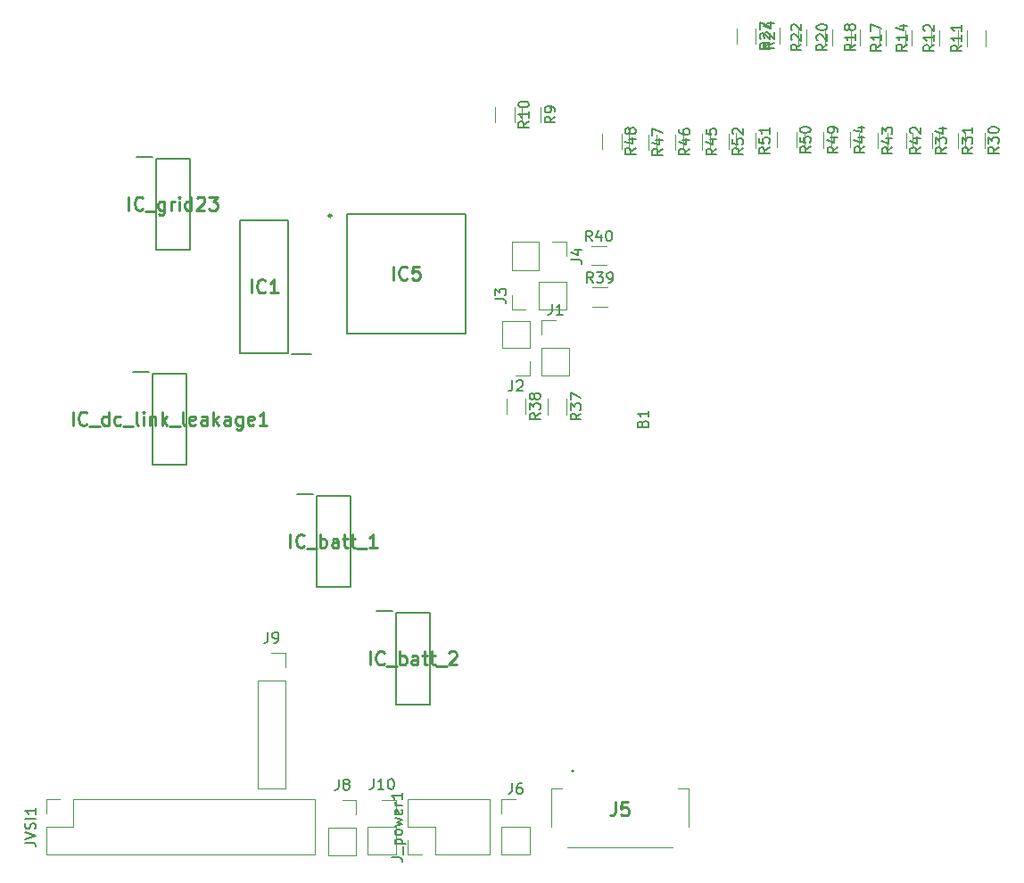
<source format=gbr>
%TF.GenerationSoftware,KiCad,Pcbnew,(6.0.7)*%
%TF.CreationDate,2023-05-12T14:40:02+05:30*%
%TF.ProjectId,DSP_board,4453505f-626f-4617-9264-2e6b69636164,rev?*%
%TF.SameCoordinates,Original*%
%TF.FileFunction,Legend,Top*%
%TF.FilePolarity,Positive*%
%FSLAX46Y46*%
G04 Gerber Fmt 4.6, Leading zero omitted, Abs format (unit mm)*
G04 Created by KiCad (PCBNEW (6.0.7)) date 2023-05-12 14:40:02*
%MOMM*%
%LPD*%
G01*
G04 APERTURE LIST*
%ADD10C,0.150000*%
%ADD11C,0.254000*%
%ADD12C,0.120000*%
%ADD13C,0.200000*%
%ADD14C,0.250000*%
%ADD15C,0.100000*%
G04 APERTURE END LIST*
D10*
%TO.C,R20*%
X172922380Y-67582857D02*
X172446190Y-67916190D01*
X172922380Y-68154285D02*
X171922380Y-68154285D01*
X171922380Y-67773333D01*
X171970000Y-67678095D01*
X172017619Y-67630476D01*
X172112857Y-67582857D01*
X172255714Y-67582857D01*
X172350952Y-67630476D01*
X172398571Y-67678095D01*
X172446190Y-67773333D01*
X172446190Y-68154285D01*
X172017619Y-67201904D02*
X171970000Y-67154285D01*
X171922380Y-67059047D01*
X171922380Y-66820952D01*
X171970000Y-66725714D01*
X172017619Y-66678095D01*
X172112857Y-66630476D01*
X172208095Y-66630476D01*
X172350952Y-66678095D01*
X172922380Y-67249523D01*
X172922380Y-66630476D01*
X171922380Y-66011428D02*
X171922380Y-65916190D01*
X171970000Y-65820952D01*
X172017619Y-65773333D01*
X172112857Y-65725714D01*
X172303333Y-65678095D01*
X172541428Y-65678095D01*
X172731904Y-65725714D01*
X172827142Y-65773333D01*
X172874761Y-65820952D01*
X172922380Y-65916190D01*
X172922380Y-66011428D01*
X172874761Y-66106666D01*
X172827142Y-66154285D01*
X172731904Y-66201904D01*
X172541428Y-66249523D01*
X172303333Y-66249523D01*
X172112857Y-66201904D01*
X172017619Y-66154285D01*
X171970000Y-66106666D01*
X171922380Y-66011428D01*
%TO.C,JVSI1*%
X96802380Y-143356190D02*
X97516666Y-143356190D01*
X97659523Y-143403809D01*
X97754761Y-143499047D01*
X97802380Y-143641904D01*
X97802380Y-143737142D01*
X96802380Y-143022857D02*
X97802380Y-142689523D01*
X96802380Y-142356190D01*
X97754761Y-142070476D02*
X97802380Y-141927619D01*
X97802380Y-141689523D01*
X97754761Y-141594285D01*
X97707142Y-141546666D01*
X97611904Y-141499047D01*
X97516666Y-141499047D01*
X97421428Y-141546666D01*
X97373809Y-141594285D01*
X97326190Y-141689523D01*
X97278571Y-141880000D01*
X97230952Y-141975238D01*
X97183333Y-142022857D01*
X97088095Y-142070476D01*
X96992857Y-142070476D01*
X96897619Y-142022857D01*
X96850000Y-141975238D01*
X96802380Y-141880000D01*
X96802380Y-141641904D01*
X96850000Y-141499047D01*
X97802380Y-141070476D02*
X96802380Y-141070476D01*
X97802380Y-140070476D02*
X97802380Y-140641904D01*
X97802380Y-140356190D02*
X96802380Y-140356190D01*
X96945238Y-140451428D01*
X97040476Y-140546666D01*
X97088095Y-140641904D01*
%TO.C,J1*%
X146796666Y-92252380D02*
X146796666Y-92966666D01*
X146749047Y-93109523D01*
X146653809Y-93204761D01*
X146510952Y-93252380D01*
X146415714Y-93252380D01*
X147796666Y-93252380D02*
X147225238Y-93252380D01*
X147510952Y-93252380D02*
X147510952Y-92252380D01*
X147415714Y-92395238D01*
X147320476Y-92490476D01*
X147225238Y-92538095D01*
%TO.C,R12*%
X183082380Y-67642857D02*
X182606190Y-67976190D01*
X183082380Y-68214285D02*
X182082380Y-68214285D01*
X182082380Y-67833333D01*
X182130000Y-67738095D01*
X182177619Y-67690476D01*
X182272857Y-67642857D01*
X182415714Y-67642857D01*
X182510952Y-67690476D01*
X182558571Y-67738095D01*
X182606190Y-67833333D01*
X182606190Y-68214285D01*
X183082380Y-66690476D02*
X183082380Y-67261904D01*
X183082380Y-66976190D02*
X182082380Y-66976190D01*
X182225238Y-67071428D01*
X182320476Y-67166666D01*
X182368095Y-67261904D01*
X182177619Y-66309523D02*
X182130000Y-66261904D01*
X182082380Y-66166666D01*
X182082380Y-65928571D01*
X182130000Y-65833333D01*
X182177619Y-65785714D01*
X182272857Y-65738095D01*
X182368095Y-65738095D01*
X182510952Y-65785714D01*
X183082380Y-66357142D01*
X183082380Y-65738095D01*
%TO.C,J3*%
X141427380Y-91773333D02*
X142141666Y-91773333D01*
X142284523Y-91820952D01*
X142379761Y-91916190D01*
X142427380Y-92059047D01*
X142427380Y-92154285D01*
X141427380Y-91392380D02*
X141427380Y-90773333D01*
X141808333Y-91106666D01*
X141808333Y-90963809D01*
X141855952Y-90868571D01*
X141903571Y-90820952D01*
X141998809Y-90773333D01*
X142236904Y-90773333D01*
X142332142Y-90820952D01*
X142379761Y-90868571D01*
X142427380Y-90963809D01*
X142427380Y-91249523D01*
X142379761Y-91344761D01*
X142332142Y-91392380D01*
D11*
%TO.C,IC5*%
X131730238Y-89934023D02*
X131730238Y-88664023D01*
X133060714Y-89813071D02*
X133000238Y-89873547D01*
X132818809Y-89934023D01*
X132697857Y-89934023D01*
X132516428Y-89873547D01*
X132395476Y-89752595D01*
X132335000Y-89631642D01*
X132274523Y-89389738D01*
X132274523Y-89208309D01*
X132335000Y-88966404D01*
X132395476Y-88845452D01*
X132516428Y-88724500D01*
X132697857Y-88664023D01*
X132818809Y-88664023D01*
X133000238Y-88724500D01*
X133060714Y-88784976D01*
X134209761Y-88664023D02*
X133605000Y-88664023D01*
X133544523Y-89268785D01*
X133605000Y-89208309D01*
X133725952Y-89147833D01*
X134028333Y-89147833D01*
X134149285Y-89208309D01*
X134209761Y-89268785D01*
X134270238Y-89389738D01*
X134270238Y-89692119D01*
X134209761Y-89813071D01*
X134149285Y-89873547D01*
X134028333Y-89934023D01*
X133725952Y-89934023D01*
X133605000Y-89873547D01*
X133544523Y-89813071D01*
D10*
%TO.C,J9*%
X119846666Y-123382380D02*
X119846666Y-124096666D01*
X119799047Y-124239523D01*
X119703809Y-124334761D01*
X119560952Y-124382380D01*
X119465714Y-124382380D01*
X120370476Y-124382380D02*
X120560952Y-124382380D01*
X120656190Y-124334761D01*
X120703809Y-124287142D01*
X120799047Y-124144285D01*
X120846666Y-123953809D01*
X120846666Y-123572857D01*
X120799047Y-123477619D01*
X120751428Y-123430000D01*
X120656190Y-123382380D01*
X120465714Y-123382380D01*
X120370476Y-123430000D01*
X120322857Y-123477619D01*
X120275238Y-123572857D01*
X120275238Y-123810952D01*
X120322857Y-123906190D01*
X120370476Y-123953809D01*
X120465714Y-124001428D01*
X120656190Y-124001428D01*
X120751428Y-123953809D01*
X120799047Y-123906190D01*
X120846666Y-123810952D01*
%TO.C,R37*%
X149562380Y-102622857D02*
X149086190Y-102956190D01*
X149562380Y-103194285D02*
X148562380Y-103194285D01*
X148562380Y-102813333D01*
X148610000Y-102718095D01*
X148657619Y-102670476D01*
X148752857Y-102622857D01*
X148895714Y-102622857D01*
X148990952Y-102670476D01*
X149038571Y-102718095D01*
X149086190Y-102813333D01*
X149086190Y-103194285D01*
X148562380Y-102289523D02*
X148562380Y-101670476D01*
X148943333Y-102003809D01*
X148943333Y-101860952D01*
X148990952Y-101765714D01*
X149038571Y-101718095D01*
X149133809Y-101670476D01*
X149371904Y-101670476D01*
X149467142Y-101718095D01*
X149514761Y-101765714D01*
X149562380Y-101860952D01*
X149562380Y-102146666D01*
X149514761Y-102241904D01*
X149467142Y-102289523D01*
X148562380Y-101337142D02*
X148562380Y-100670476D01*
X149562380Y-101099047D01*
D11*
%TO.C,IC_dc_link_leakage1*%
X101317619Y-103734523D02*
X101317619Y-102464523D01*
X102648095Y-103613571D02*
X102587619Y-103674047D01*
X102406190Y-103734523D01*
X102285238Y-103734523D01*
X102103809Y-103674047D01*
X101982857Y-103553095D01*
X101922380Y-103432142D01*
X101861904Y-103190238D01*
X101861904Y-103008809D01*
X101922380Y-102766904D01*
X101982857Y-102645952D01*
X102103809Y-102525000D01*
X102285238Y-102464523D01*
X102406190Y-102464523D01*
X102587619Y-102525000D01*
X102648095Y-102585476D01*
X102890000Y-103855476D02*
X103857619Y-103855476D01*
X104704285Y-103734523D02*
X104704285Y-102464523D01*
X104704285Y-103674047D02*
X104583333Y-103734523D01*
X104341428Y-103734523D01*
X104220476Y-103674047D01*
X104160000Y-103613571D01*
X104099523Y-103492619D01*
X104099523Y-103129761D01*
X104160000Y-103008809D01*
X104220476Y-102948333D01*
X104341428Y-102887857D01*
X104583333Y-102887857D01*
X104704285Y-102948333D01*
X105853333Y-103674047D02*
X105732380Y-103734523D01*
X105490476Y-103734523D01*
X105369523Y-103674047D01*
X105309047Y-103613571D01*
X105248571Y-103492619D01*
X105248571Y-103129761D01*
X105309047Y-103008809D01*
X105369523Y-102948333D01*
X105490476Y-102887857D01*
X105732380Y-102887857D01*
X105853333Y-102948333D01*
X106095238Y-103855476D02*
X107062857Y-103855476D01*
X107546666Y-103734523D02*
X107425714Y-103674047D01*
X107365238Y-103553095D01*
X107365238Y-102464523D01*
X108030476Y-103734523D02*
X108030476Y-102887857D01*
X108030476Y-102464523D02*
X107970000Y-102525000D01*
X108030476Y-102585476D01*
X108090952Y-102525000D01*
X108030476Y-102464523D01*
X108030476Y-102585476D01*
X108635238Y-102887857D02*
X108635238Y-103734523D01*
X108635238Y-103008809D02*
X108695714Y-102948333D01*
X108816666Y-102887857D01*
X108998095Y-102887857D01*
X109119047Y-102948333D01*
X109179523Y-103069285D01*
X109179523Y-103734523D01*
X109784285Y-103734523D02*
X109784285Y-102464523D01*
X109905238Y-103250714D02*
X110268095Y-103734523D01*
X110268095Y-102887857D02*
X109784285Y-103371666D01*
X110510000Y-103855476D02*
X111477619Y-103855476D01*
X111961428Y-103734523D02*
X111840476Y-103674047D01*
X111780000Y-103553095D01*
X111780000Y-102464523D01*
X112929047Y-103674047D02*
X112808095Y-103734523D01*
X112566190Y-103734523D01*
X112445238Y-103674047D01*
X112384761Y-103553095D01*
X112384761Y-103069285D01*
X112445238Y-102948333D01*
X112566190Y-102887857D01*
X112808095Y-102887857D01*
X112929047Y-102948333D01*
X112989523Y-103069285D01*
X112989523Y-103190238D01*
X112384761Y-103311190D01*
X114078095Y-103734523D02*
X114078095Y-103069285D01*
X114017619Y-102948333D01*
X113896666Y-102887857D01*
X113654761Y-102887857D01*
X113533809Y-102948333D01*
X114078095Y-103674047D02*
X113957142Y-103734523D01*
X113654761Y-103734523D01*
X113533809Y-103674047D01*
X113473333Y-103553095D01*
X113473333Y-103432142D01*
X113533809Y-103311190D01*
X113654761Y-103250714D01*
X113957142Y-103250714D01*
X114078095Y-103190238D01*
X114682857Y-103734523D02*
X114682857Y-102464523D01*
X114803809Y-103250714D02*
X115166666Y-103734523D01*
X115166666Y-102887857D02*
X114682857Y-103371666D01*
X116255238Y-103734523D02*
X116255238Y-103069285D01*
X116194761Y-102948333D01*
X116073809Y-102887857D01*
X115831904Y-102887857D01*
X115710952Y-102948333D01*
X116255238Y-103674047D02*
X116134285Y-103734523D01*
X115831904Y-103734523D01*
X115710952Y-103674047D01*
X115650476Y-103553095D01*
X115650476Y-103432142D01*
X115710952Y-103311190D01*
X115831904Y-103250714D01*
X116134285Y-103250714D01*
X116255238Y-103190238D01*
X117404285Y-102887857D02*
X117404285Y-103915952D01*
X117343809Y-104036904D01*
X117283333Y-104097380D01*
X117162380Y-104157857D01*
X116980952Y-104157857D01*
X116860000Y-104097380D01*
X117404285Y-103674047D02*
X117283333Y-103734523D01*
X117041428Y-103734523D01*
X116920476Y-103674047D01*
X116860000Y-103613571D01*
X116799523Y-103492619D01*
X116799523Y-103129761D01*
X116860000Y-103008809D01*
X116920476Y-102948333D01*
X117041428Y-102887857D01*
X117283333Y-102887857D01*
X117404285Y-102948333D01*
X118492857Y-103674047D02*
X118371904Y-103734523D01*
X118130000Y-103734523D01*
X118009047Y-103674047D01*
X117948571Y-103553095D01*
X117948571Y-103069285D01*
X118009047Y-102948333D01*
X118130000Y-102887857D01*
X118371904Y-102887857D01*
X118492857Y-102948333D01*
X118553333Y-103069285D01*
X118553333Y-103190238D01*
X117948571Y-103311190D01*
X119762857Y-103734523D02*
X119037142Y-103734523D01*
X119400000Y-103734523D02*
X119400000Y-102464523D01*
X119279047Y-102645952D01*
X119158095Y-102766904D01*
X119037142Y-102827380D01*
D10*
%TO.C,J2*%
X143046666Y-99487380D02*
X143046666Y-100201666D01*
X142999047Y-100344523D01*
X142903809Y-100439761D01*
X142760952Y-100487380D01*
X142665714Y-100487380D01*
X143475238Y-99582619D02*
X143522857Y-99535000D01*
X143618095Y-99487380D01*
X143856190Y-99487380D01*
X143951428Y-99535000D01*
X143999047Y-99582619D01*
X144046666Y-99677857D01*
X144046666Y-99773095D01*
X143999047Y-99915952D01*
X143427619Y-100487380D01*
X144046666Y-100487380D01*
%TO.C,B1*%
X155411571Y-103573961D02*
X155459190Y-103431104D01*
X155506809Y-103383485D01*
X155602047Y-103335866D01*
X155744904Y-103335866D01*
X155840142Y-103383485D01*
X155887761Y-103431104D01*
X155935380Y-103526342D01*
X155935380Y-103907295D01*
X154935380Y-103907295D01*
X154935380Y-103573961D01*
X154983000Y-103478723D01*
X155030619Y-103431104D01*
X155125857Y-103383485D01*
X155221095Y-103383485D01*
X155316333Y-103431104D01*
X155363952Y-103478723D01*
X155411571Y-103573961D01*
X155411571Y-103907295D01*
X155935380Y-102383485D02*
X155935380Y-102954914D01*
X155935380Y-102669200D02*
X154935380Y-102669200D01*
X155078238Y-102764438D01*
X155173476Y-102859676D01*
X155221095Y-102954914D01*
D11*
%TO.C,IC_batt_2*%
X129537857Y-126474523D02*
X129537857Y-125204523D01*
X130868333Y-126353571D02*
X130807857Y-126414047D01*
X130626428Y-126474523D01*
X130505476Y-126474523D01*
X130324047Y-126414047D01*
X130203095Y-126293095D01*
X130142619Y-126172142D01*
X130082142Y-125930238D01*
X130082142Y-125748809D01*
X130142619Y-125506904D01*
X130203095Y-125385952D01*
X130324047Y-125265000D01*
X130505476Y-125204523D01*
X130626428Y-125204523D01*
X130807857Y-125265000D01*
X130868333Y-125325476D01*
X131110238Y-126595476D02*
X132077857Y-126595476D01*
X132380238Y-126474523D02*
X132380238Y-125204523D01*
X132380238Y-125688333D02*
X132501190Y-125627857D01*
X132743095Y-125627857D01*
X132864047Y-125688333D01*
X132924523Y-125748809D01*
X132985000Y-125869761D01*
X132985000Y-126232619D01*
X132924523Y-126353571D01*
X132864047Y-126414047D01*
X132743095Y-126474523D01*
X132501190Y-126474523D01*
X132380238Y-126414047D01*
X134073571Y-126474523D02*
X134073571Y-125809285D01*
X134013095Y-125688333D01*
X133892142Y-125627857D01*
X133650238Y-125627857D01*
X133529285Y-125688333D01*
X134073571Y-126414047D02*
X133952619Y-126474523D01*
X133650238Y-126474523D01*
X133529285Y-126414047D01*
X133468809Y-126293095D01*
X133468809Y-126172142D01*
X133529285Y-126051190D01*
X133650238Y-125990714D01*
X133952619Y-125990714D01*
X134073571Y-125930238D01*
X134496904Y-125627857D02*
X134980714Y-125627857D01*
X134678333Y-125204523D02*
X134678333Y-126293095D01*
X134738809Y-126414047D01*
X134859761Y-126474523D01*
X134980714Y-126474523D01*
X135222619Y-125627857D02*
X135706428Y-125627857D01*
X135404047Y-125204523D02*
X135404047Y-126293095D01*
X135464523Y-126414047D01*
X135585476Y-126474523D01*
X135706428Y-126474523D01*
X135827380Y-126595476D02*
X136795000Y-126595476D01*
X137036904Y-125325476D02*
X137097380Y-125265000D01*
X137218333Y-125204523D01*
X137520714Y-125204523D01*
X137641666Y-125265000D01*
X137702142Y-125325476D01*
X137762619Y-125446428D01*
X137762619Y-125567380D01*
X137702142Y-125748809D01*
X136976428Y-126474523D01*
X137762619Y-126474523D01*
D10*
%TO.C,J8*%
X126571666Y-137352380D02*
X126571666Y-138066666D01*
X126524047Y-138209523D01*
X126428809Y-138304761D01*
X126285952Y-138352380D01*
X126190714Y-138352380D01*
X127190714Y-137780952D02*
X127095476Y-137733333D01*
X127047857Y-137685714D01*
X127000238Y-137590476D01*
X127000238Y-137542857D01*
X127047857Y-137447619D01*
X127095476Y-137400000D01*
X127190714Y-137352380D01*
X127381190Y-137352380D01*
X127476428Y-137400000D01*
X127524047Y-137447619D01*
X127571666Y-137542857D01*
X127571666Y-137590476D01*
X127524047Y-137685714D01*
X127476428Y-137733333D01*
X127381190Y-137780952D01*
X127190714Y-137780952D01*
X127095476Y-137828571D01*
X127047857Y-137876190D01*
X127000238Y-137971428D01*
X127000238Y-138161904D01*
X127047857Y-138257142D01*
X127095476Y-138304761D01*
X127190714Y-138352380D01*
X127381190Y-138352380D01*
X127476428Y-138304761D01*
X127524047Y-138257142D01*
X127571666Y-138161904D01*
X127571666Y-137971428D01*
X127524047Y-137876190D01*
X127476428Y-137828571D01*
X127381190Y-137780952D01*
%TO.C,R46*%
X159872380Y-77492857D02*
X159396190Y-77826190D01*
X159872380Y-78064285D02*
X158872380Y-78064285D01*
X158872380Y-77683333D01*
X158920000Y-77588095D01*
X158967619Y-77540476D01*
X159062857Y-77492857D01*
X159205714Y-77492857D01*
X159300952Y-77540476D01*
X159348571Y-77588095D01*
X159396190Y-77683333D01*
X159396190Y-78064285D01*
X159205714Y-76635714D02*
X159872380Y-76635714D01*
X158824761Y-76873809D02*
X159539047Y-77111904D01*
X159539047Y-76492857D01*
X158872380Y-75683333D02*
X158872380Y-75873809D01*
X158920000Y-75969047D01*
X158967619Y-76016666D01*
X159110476Y-76111904D01*
X159300952Y-76159523D01*
X159681904Y-76159523D01*
X159777142Y-76111904D01*
X159824761Y-76064285D01*
X159872380Y-75969047D01*
X159872380Y-75778571D01*
X159824761Y-75683333D01*
X159777142Y-75635714D01*
X159681904Y-75588095D01*
X159443809Y-75588095D01*
X159348571Y-75635714D01*
X159300952Y-75683333D01*
X159253333Y-75778571D01*
X159253333Y-75969047D01*
X159300952Y-76064285D01*
X159348571Y-76111904D01*
X159443809Y-76159523D01*
%TO.C,R30*%
X189212380Y-77342857D02*
X188736190Y-77676190D01*
X189212380Y-77914285D02*
X188212380Y-77914285D01*
X188212380Y-77533333D01*
X188260000Y-77438095D01*
X188307619Y-77390476D01*
X188402857Y-77342857D01*
X188545714Y-77342857D01*
X188640952Y-77390476D01*
X188688571Y-77438095D01*
X188736190Y-77533333D01*
X188736190Y-77914285D01*
X188212380Y-77009523D02*
X188212380Y-76390476D01*
X188593333Y-76723809D01*
X188593333Y-76580952D01*
X188640952Y-76485714D01*
X188688571Y-76438095D01*
X188783809Y-76390476D01*
X189021904Y-76390476D01*
X189117142Y-76438095D01*
X189164761Y-76485714D01*
X189212380Y-76580952D01*
X189212380Y-76866666D01*
X189164761Y-76961904D01*
X189117142Y-77009523D01*
X188212380Y-75771428D02*
X188212380Y-75676190D01*
X188260000Y-75580952D01*
X188307619Y-75533333D01*
X188402857Y-75485714D01*
X188593333Y-75438095D01*
X188831428Y-75438095D01*
X189021904Y-75485714D01*
X189117142Y-75533333D01*
X189164761Y-75580952D01*
X189212380Y-75676190D01*
X189212380Y-75771428D01*
X189164761Y-75866666D01*
X189117142Y-75914285D01*
X189021904Y-75961904D01*
X188831428Y-76009523D01*
X188593333Y-76009523D01*
X188402857Y-75961904D01*
X188307619Y-75914285D01*
X188260000Y-75866666D01*
X188212380Y-75771428D01*
%TO.C,R48*%
X154752380Y-77422857D02*
X154276190Y-77756190D01*
X154752380Y-77994285D02*
X153752380Y-77994285D01*
X153752380Y-77613333D01*
X153800000Y-77518095D01*
X153847619Y-77470476D01*
X153942857Y-77422857D01*
X154085714Y-77422857D01*
X154180952Y-77470476D01*
X154228571Y-77518095D01*
X154276190Y-77613333D01*
X154276190Y-77994285D01*
X154085714Y-76565714D02*
X154752380Y-76565714D01*
X153704761Y-76803809D02*
X154419047Y-77041904D01*
X154419047Y-76422857D01*
X154180952Y-75899047D02*
X154133333Y-75994285D01*
X154085714Y-76041904D01*
X153990476Y-76089523D01*
X153942857Y-76089523D01*
X153847619Y-76041904D01*
X153800000Y-75994285D01*
X153752380Y-75899047D01*
X153752380Y-75708571D01*
X153800000Y-75613333D01*
X153847619Y-75565714D01*
X153942857Y-75518095D01*
X153990476Y-75518095D01*
X154085714Y-75565714D01*
X154133333Y-75613333D01*
X154180952Y-75708571D01*
X154180952Y-75899047D01*
X154228571Y-75994285D01*
X154276190Y-76041904D01*
X154371428Y-76089523D01*
X154561904Y-76089523D01*
X154657142Y-76041904D01*
X154704761Y-75994285D01*
X154752380Y-75899047D01*
X154752380Y-75708571D01*
X154704761Y-75613333D01*
X154657142Y-75565714D01*
X154561904Y-75518095D01*
X154371428Y-75518095D01*
X154276190Y-75565714D01*
X154228571Y-75613333D01*
X154180952Y-75708571D01*
%TO.C,R52*%
X164952380Y-77452857D02*
X164476190Y-77786190D01*
X164952380Y-78024285D02*
X163952380Y-78024285D01*
X163952380Y-77643333D01*
X164000000Y-77548095D01*
X164047619Y-77500476D01*
X164142857Y-77452857D01*
X164285714Y-77452857D01*
X164380952Y-77500476D01*
X164428571Y-77548095D01*
X164476190Y-77643333D01*
X164476190Y-78024285D01*
X163952380Y-76548095D02*
X163952380Y-77024285D01*
X164428571Y-77071904D01*
X164380952Y-77024285D01*
X164333333Y-76929047D01*
X164333333Y-76690952D01*
X164380952Y-76595714D01*
X164428571Y-76548095D01*
X164523809Y-76500476D01*
X164761904Y-76500476D01*
X164857142Y-76548095D01*
X164904761Y-76595714D01*
X164952380Y-76690952D01*
X164952380Y-76929047D01*
X164904761Y-77024285D01*
X164857142Y-77071904D01*
X164047619Y-76119523D02*
X164000000Y-76071904D01*
X163952380Y-75976666D01*
X163952380Y-75738571D01*
X164000000Y-75643333D01*
X164047619Y-75595714D01*
X164142857Y-75548095D01*
X164238095Y-75548095D01*
X164380952Y-75595714D01*
X164952380Y-76167142D01*
X164952380Y-75548095D01*
%TO.C,R45*%
X162432380Y-77482857D02*
X161956190Y-77816190D01*
X162432380Y-78054285D02*
X161432380Y-78054285D01*
X161432380Y-77673333D01*
X161480000Y-77578095D01*
X161527619Y-77530476D01*
X161622857Y-77482857D01*
X161765714Y-77482857D01*
X161860952Y-77530476D01*
X161908571Y-77578095D01*
X161956190Y-77673333D01*
X161956190Y-78054285D01*
X161765714Y-76625714D02*
X162432380Y-76625714D01*
X161384761Y-76863809D02*
X162099047Y-77101904D01*
X162099047Y-76482857D01*
X161432380Y-75625714D02*
X161432380Y-76101904D01*
X161908571Y-76149523D01*
X161860952Y-76101904D01*
X161813333Y-76006666D01*
X161813333Y-75768571D01*
X161860952Y-75673333D01*
X161908571Y-75625714D01*
X162003809Y-75578095D01*
X162241904Y-75578095D01*
X162337142Y-75625714D01*
X162384761Y-75673333D01*
X162432380Y-75768571D01*
X162432380Y-76006666D01*
X162384761Y-76101904D01*
X162337142Y-76149523D01*
%TO.C,R31*%
X186732380Y-77352857D02*
X186256190Y-77686190D01*
X186732380Y-77924285D02*
X185732380Y-77924285D01*
X185732380Y-77543333D01*
X185780000Y-77448095D01*
X185827619Y-77400476D01*
X185922857Y-77352857D01*
X186065714Y-77352857D01*
X186160952Y-77400476D01*
X186208571Y-77448095D01*
X186256190Y-77543333D01*
X186256190Y-77924285D01*
X185732380Y-77019523D02*
X185732380Y-76400476D01*
X186113333Y-76733809D01*
X186113333Y-76590952D01*
X186160952Y-76495714D01*
X186208571Y-76448095D01*
X186303809Y-76400476D01*
X186541904Y-76400476D01*
X186637142Y-76448095D01*
X186684761Y-76495714D01*
X186732380Y-76590952D01*
X186732380Y-76876666D01*
X186684761Y-76971904D01*
X186637142Y-77019523D01*
X186732380Y-75448095D02*
X186732380Y-76019523D01*
X186732380Y-75733809D02*
X185732380Y-75733809D01*
X185875238Y-75829047D01*
X185970476Y-75924285D01*
X186018095Y-76019523D01*
%TO.C,R42*%
X181812380Y-77352857D02*
X181336190Y-77686190D01*
X181812380Y-77924285D02*
X180812380Y-77924285D01*
X180812380Y-77543333D01*
X180860000Y-77448095D01*
X180907619Y-77400476D01*
X181002857Y-77352857D01*
X181145714Y-77352857D01*
X181240952Y-77400476D01*
X181288571Y-77448095D01*
X181336190Y-77543333D01*
X181336190Y-77924285D01*
X181145714Y-76495714D02*
X181812380Y-76495714D01*
X180764761Y-76733809D02*
X181479047Y-76971904D01*
X181479047Y-76352857D01*
X180907619Y-76019523D02*
X180860000Y-75971904D01*
X180812380Y-75876666D01*
X180812380Y-75638571D01*
X180860000Y-75543333D01*
X180907619Y-75495714D01*
X181002857Y-75448095D01*
X181098095Y-75448095D01*
X181240952Y-75495714D01*
X181812380Y-76067142D01*
X181812380Y-75448095D01*
%TO.C,R49*%
X173942380Y-77312857D02*
X173466190Y-77646190D01*
X173942380Y-77884285D02*
X172942380Y-77884285D01*
X172942380Y-77503333D01*
X172990000Y-77408095D01*
X173037619Y-77360476D01*
X173132857Y-77312857D01*
X173275714Y-77312857D01*
X173370952Y-77360476D01*
X173418571Y-77408095D01*
X173466190Y-77503333D01*
X173466190Y-77884285D01*
X173275714Y-76455714D02*
X173942380Y-76455714D01*
X172894761Y-76693809D02*
X173609047Y-76931904D01*
X173609047Y-76312857D01*
X173942380Y-75884285D02*
X173942380Y-75693809D01*
X173894761Y-75598571D01*
X173847142Y-75550952D01*
X173704285Y-75455714D01*
X173513809Y-75408095D01*
X173132857Y-75408095D01*
X173037619Y-75455714D01*
X172990000Y-75503333D01*
X172942380Y-75598571D01*
X172942380Y-75789047D01*
X172990000Y-75884285D01*
X173037619Y-75931904D01*
X173132857Y-75979523D01*
X173370952Y-75979523D01*
X173466190Y-75931904D01*
X173513809Y-75884285D01*
X173561428Y-75789047D01*
X173561428Y-75598571D01*
X173513809Y-75503333D01*
X173466190Y-75455714D01*
X173370952Y-75408095D01*
%TO.C,R17*%
X178062380Y-67602857D02*
X177586190Y-67936190D01*
X178062380Y-68174285D02*
X177062380Y-68174285D01*
X177062380Y-67793333D01*
X177110000Y-67698095D01*
X177157619Y-67650476D01*
X177252857Y-67602857D01*
X177395714Y-67602857D01*
X177490952Y-67650476D01*
X177538571Y-67698095D01*
X177586190Y-67793333D01*
X177586190Y-68174285D01*
X178062380Y-66650476D02*
X178062380Y-67221904D01*
X178062380Y-66936190D02*
X177062380Y-66936190D01*
X177205238Y-67031428D01*
X177300476Y-67126666D01*
X177348095Y-67221904D01*
X177062380Y-66317142D02*
X177062380Y-65650476D01*
X178062380Y-66079047D01*
%TO.C,J4*%
X148637380Y-88023333D02*
X149351666Y-88023333D01*
X149494523Y-88070952D01*
X149589761Y-88166190D01*
X149637380Y-88309047D01*
X149637380Y-88404285D01*
X148970714Y-87118571D02*
X149637380Y-87118571D01*
X148589761Y-87356666D02*
X149304047Y-87594761D01*
X149304047Y-86975714D01*
%TO.C,R34*%
X184222380Y-77372857D02*
X183746190Y-77706190D01*
X184222380Y-77944285D02*
X183222380Y-77944285D01*
X183222380Y-77563333D01*
X183270000Y-77468095D01*
X183317619Y-77420476D01*
X183412857Y-77372857D01*
X183555714Y-77372857D01*
X183650952Y-77420476D01*
X183698571Y-77468095D01*
X183746190Y-77563333D01*
X183746190Y-77944285D01*
X183222380Y-77039523D02*
X183222380Y-76420476D01*
X183603333Y-76753809D01*
X183603333Y-76610952D01*
X183650952Y-76515714D01*
X183698571Y-76468095D01*
X183793809Y-76420476D01*
X184031904Y-76420476D01*
X184127142Y-76468095D01*
X184174761Y-76515714D01*
X184222380Y-76610952D01*
X184222380Y-76896666D01*
X184174761Y-76991904D01*
X184127142Y-77039523D01*
X183555714Y-75563333D02*
X184222380Y-75563333D01*
X183174761Y-75801428D02*
X183889047Y-76039523D01*
X183889047Y-75420476D01*
%TO.C,R11*%
X185702380Y-67662857D02*
X185226190Y-67996190D01*
X185702380Y-68234285D02*
X184702380Y-68234285D01*
X184702380Y-67853333D01*
X184750000Y-67758095D01*
X184797619Y-67710476D01*
X184892857Y-67662857D01*
X185035714Y-67662857D01*
X185130952Y-67710476D01*
X185178571Y-67758095D01*
X185226190Y-67853333D01*
X185226190Y-68234285D01*
X185702380Y-66710476D02*
X185702380Y-67281904D01*
X185702380Y-66996190D02*
X184702380Y-66996190D01*
X184845238Y-67091428D01*
X184940476Y-67186666D01*
X184988095Y-67281904D01*
X185702380Y-65758095D02*
X185702380Y-66329523D01*
X185702380Y-66043809D02*
X184702380Y-66043809D01*
X184845238Y-66139047D01*
X184940476Y-66234285D01*
X184988095Y-66329523D01*
%TO.C,R27*%
X167512380Y-67462857D02*
X167036190Y-67796190D01*
X167512380Y-68034285D02*
X166512380Y-68034285D01*
X166512380Y-67653333D01*
X166560000Y-67558095D01*
X166607619Y-67510476D01*
X166702857Y-67462857D01*
X166845714Y-67462857D01*
X166940952Y-67510476D01*
X166988571Y-67558095D01*
X167036190Y-67653333D01*
X167036190Y-68034285D01*
X166607619Y-67081904D02*
X166560000Y-67034285D01*
X166512380Y-66939047D01*
X166512380Y-66700952D01*
X166560000Y-66605714D01*
X166607619Y-66558095D01*
X166702857Y-66510476D01*
X166798095Y-66510476D01*
X166940952Y-66558095D01*
X167512380Y-67129523D01*
X167512380Y-66510476D01*
X166512380Y-66177142D02*
X166512380Y-65510476D01*
X167512380Y-65939047D01*
%TO.C,R18*%
X175582380Y-67582857D02*
X175106190Y-67916190D01*
X175582380Y-68154285D02*
X174582380Y-68154285D01*
X174582380Y-67773333D01*
X174630000Y-67678095D01*
X174677619Y-67630476D01*
X174772857Y-67582857D01*
X174915714Y-67582857D01*
X175010952Y-67630476D01*
X175058571Y-67678095D01*
X175106190Y-67773333D01*
X175106190Y-68154285D01*
X175582380Y-66630476D02*
X175582380Y-67201904D01*
X175582380Y-66916190D02*
X174582380Y-66916190D01*
X174725238Y-67011428D01*
X174820476Y-67106666D01*
X174868095Y-67201904D01*
X175010952Y-66059047D02*
X174963333Y-66154285D01*
X174915714Y-66201904D01*
X174820476Y-66249523D01*
X174772857Y-66249523D01*
X174677619Y-66201904D01*
X174630000Y-66154285D01*
X174582380Y-66059047D01*
X174582380Y-65868571D01*
X174630000Y-65773333D01*
X174677619Y-65725714D01*
X174772857Y-65678095D01*
X174820476Y-65678095D01*
X174915714Y-65725714D01*
X174963333Y-65773333D01*
X175010952Y-65868571D01*
X175010952Y-66059047D01*
X175058571Y-66154285D01*
X175106190Y-66201904D01*
X175201428Y-66249523D01*
X175391904Y-66249523D01*
X175487142Y-66201904D01*
X175534761Y-66154285D01*
X175582380Y-66059047D01*
X175582380Y-65868571D01*
X175534761Y-65773333D01*
X175487142Y-65725714D01*
X175391904Y-65678095D01*
X175201428Y-65678095D01*
X175106190Y-65725714D01*
X175058571Y-65773333D01*
X175010952Y-65868571D01*
%TO.C,R22*%
X170482380Y-67572857D02*
X170006190Y-67906190D01*
X170482380Y-68144285D02*
X169482380Y-68144285D01*
X169482380Y-67763333D01*
X169530000Y-67668095D01*
X169577619Y-67620476D01*
X169672857Y-67572857D01*
X169815714Y-67572857D01*
X169910952Y-67620476D01*
X169958571Y-67668095D01*
X170006190Y-67763333D01*
X170006190Y-68144285D01*
X169577619Y-67191904D02*
X169530000Y-67144285D01*
X169482380Y-67049047D01*
X169482380Y-66810952D01*
X169530000Y-66715714D01*
X169577619Y-66668095D01*
X169672857Y-66620476D01*
X169768095Y-66620476D01*
X169910952Y-66668095D01*
X170482380Y-67239523D01*
X170482380Y-66620476D01*
X169577619Y-66239523D02*
X169530000Y-66191904D01*
X169482380Y-66096666D01*
X169482380Y-65858571D01*
X169530000Y-65763333D01*
X169577619Y-65715714D01*
X169672857Y-65668095D01*
X169768095Y-65668095D01*
X169910952Y-65715714D01*
X170482380Y-66287142D01*
X170482380Y-65668095D01*
%TO.C,J6*%
X143016666Y-137722380D02*
X143016666Y-138436666D01*
X142969047Y-138579523D01*
X142873809Y-138674761D01*
X142730952Y-138722380D01*
X142635714Y-138722380D01*
X143921428Y-137722380D02*
X143730952Y-137722380D01*
X143635714Y-137770000D01*
X143588095Y-137817619D01*
X143492857Y-137960476D01*
X143445238Y-138150952D01*
X143445238Y-138531904D01*
X143492857Y-138627142D01*
X143540476Y-138674761D01*
X143635714Y-138722380D01*
X143826190Y-138722380D01*
X143921428Y-138674761D01*
X143969047Y-138627142D01*
X144016666Y-138531904D01*
X144016666Y-138293809D01*
X143969047Y-138198571D01*
X143921428Y-138150952D01*
X143826190Y-138103333D01*
X143635714Y-138103333D01*
X143540476Y-138150952D01*
X143492857Y-138198571D01*
X143445238Y-138293809D01*
%TO.C,R10*%
X144622380Y-74912857D02*
X144146190Y-75246190D01*
X144622380Y-75484285D02*
X143622380Y-75484285D01*
X143622380Y-75103333D01*
X143670000Y-75008095D01*
X143717619Y-74960476D01*
X143812857Y-74912857D01*
X143955714Y-74912857D01*
X144050952Y-74960476D01*
X144098571Y-75008095D01*
X144146190Y-75103333D01*
X144146190Y-75484285D01*
X144622380Y-73960476D02*
X144622380Y-74531904D01*
X144622380Y-74246190D02*
X143622380Y-74246190D01*
X143765238Y-74341428D01*
X143860476Y-74436666D01*
X143908095Y-74531904D01*
X143622380Y-73341428D02*
X143622380Y-73246190D01*
X143670000Y-73150952D01*
X143717619Y-73103333D01*
X143812857Y-73055714D01*
X144003333Y-73008095D01*
X144241428Y-73008095D01*
X144431904Y-73055714D01*
X144527142Y-73103333D01*
X144574761Y-73150952D01*
X144622380Y-73246190D01*
X144622380Y-73341428D01*
X144574761Y-73436666D01*
X144527142Y-73484285D01*
X144431904Y-73531904D01*
X144241428Y-73579523D01*
X144003333Y-73579523D01*
X143812857Y-73531904D01*
X143717619Y-73484285D01*
X143670000Y-73436666D01*
X143622380Y-73341428D01*
D11*
%TO.C,IC1*%
X118250238Y-91174523D02*
X118250238Y-89904523D01*
X119580714Y-91053571D02*
X119520238Y-91114047D01*
X119338809Y-91174523D01*
X119217857Y-91174523D01*
X119036428Y-91114047D01*
X118915476Y-90993095D01*
X118855000Y-90872142D01*
X118794523Y-90630238D01*
X118794523Y-90448809D01*
X118855000Y-90206904D01*
X118915476Y-90085952D01*
X119036428Y-89965000D01*
X119217857Y-89904523D01*
X119338809Y-89904523D01*
X119520238Y-89965000D01*
X119580714Y-90025476D01*
X120790238Y-91174523D02*
X120064523Y-91174523D01*
X120427380Y-91174523D02*
X120427380Y-89904523D01*
X120306428Y-90085952D01*
X120185476Y-90206904D01*
X120064523Y-90267380D01*
D10*
%TO.C,J_power1*%
X131567380Y-144745952D02*
X132281666Y-144745952D01*
X132424523Y-144793571D01*
X132519761Y-144888809D01*
X132567380Y-145031666D01*
X132567380Y-145126904D01*
X132662619Y-144507857D02*
X132662619Y-143745952D01*
X131900714Y-143507857D02*
X132900714Y-143507857D01*
X131948333Y-143507857D02*
X131900714Y-143412619D01*
X131900714Y-143222142D01*
X131948333Y-143126904D01*
X131995952Y-143079285D01*
X132091190Y-143031666D01*
X132376904Y-143031666D01*
X132472142Y-143079285D01*
X132519761Y-143126904D01*
X132567380Y-143222142D01*
X132567380Y-143412619D01*
X132519761Y-143507857D01*
X132567380Y-142460238D02*
X132519761Y-142555476D01*
X132472142Y-142603095D01*
X132376904Y-142650714D01*
X132091190Y-142650714D01*
X131995952Y-142603095D01*
X131948333Y-142555476D01*
X131900714Y-142460238D01*
X131900714Y-142317380D01*
X131948333Y-142222142D01*
X131995952Y-142174523D01*
X132091190Y-142126904D01*
X132376904Y-142126904D01*
X132472142Y-142174523D01*
X132519761Y-142222142D01*
X132567380Y-142317380D01*
X132567380Y-142460238D01*
X131900714Y-141793571D02*
X132567380Y-141603095D01*
X132091190Y-141412619D01*
X132567380Y-141222142D01*
X131900714Y-141031666D01*
X132519761Y-140269761D02*
X132567380Y-140365000D01*
X132567380Y-140555476D01*
X132519761Y-140650714D01*
X132424523Y-140698333D01*
X132043571Y-140698333D01*
X131948333Y-140650714D01*
X131900714Y-140555476D01*
X131900714Y-140365000D01*
X131948333Y-140269761D01*
X132043571Y-140222142D01*
X132138809Y-140222142D01*
X132234047Y-140698333D01*
X132567380Y-139793571D02*
X131900714Y-139793571D01*
X132091190Y-139793571D02*
X131995952Y-139745952D01*
X131948333Y-139698333D01*
X131900714Y-139603095D01*
X131900714Y-139507857D01*
X132567380Y-138650714D02*
X132567380Y-139222142D01*
X132567380Y-138936428D02*
X131567380Y-138936428D01*
X131710238Y-139031666D01*
X131805476Y-139126904D01*
X131853095Y-139222142D01*
%TO.C,R40*%
X150597142Y-86272380D02*
X150263809Y-85796190D01*
X150025714Y-86272380D02*
X150025714Y-85272380D01*
X150406666Y-85272380D01*
X150501904Y-85320000D01*
X150549523Y-85367619D01*
X150597142Y-85462857D01*
X150597142Y-85605714D01*
X150549523Y-85700952D01*
X150501904Y-85748571D01*
X150406666Y-85796190D01*
X150025714Y-85796190D01*
X151454285Y-85605714D02*
X151454285Y-86272380D01*
X151216190Y-85224761D02*
X150978095Y-85939047D01*
X151597142Y-85939047D01*
X152168571Y-85272380D02*
X152263809Y-85272380D01*
X152359047Y-85320000D01*
X152406666Y-85367619D01*
X152454285Y-85462857D01*
X152501904Y-85653333D01*
X152501904Y-85891428D01*
X152454285Y-86081904D01*
X152406666Y-86177142D01*
X152359047Y-86224761D01*
X152263809Y-86272380D01*
X152168571Y-86272380D01*
X152073333Y-86224761D01*
X152025714Y-86177142D01*
X151978095Y-86081904D01*
X151930476Y-85891428D01*
X151930476Y-85653333D01*
X151978095Y-85462857D01*
X152025714Y-85367619D01*
X152073333Y-85320000D01*
X152168571Y-85272380D01*
%TO.C,R51*%
X167452380Y-77382857D02*
X166976190Y-77716190D01*
X167452380Y-77954285D02*
X166452380Y-77954285D01*
X166452380Y-77573333D01*
X166500000Y-77478095D01*
X166547619Y-77430476D01*
X166642857Y-77382857D01*
X166785714Y-77382857D01*
X166880952Y-77430476D01*
X166928571Y-77478095D01*
X166976190Y-77573333D01*
X166976190Y-77954285D01*
X166452380Y-76478095D02*
X166452380Y-76954285D01*
X166928571Y-77001904D01*
X166880952Y-76954285D01*
X166833333Y-76859047D01*
X166833333Y-76620952D01*
X166880952Y-76525714D01*
X166928571Y-76478095D01*
X167023809Y-76430476D01*
X167261904Y-76430476D01*
X167357142Y-76478095D01*
X167404761Y-76525714D01*
X167452380Y-76620952D01*
X167452380Y-76859047D01*
X167404761Y-76954285D01*
X167357142Y-77001904D01*
X167452380Y-75478095D02*
X167452380Y-76049523D01*
X167452380Y-75763809D02*
X166452380Y-75763809D01*
X166595238Y-75859047D01*
X166690476Y-75954285D01*
X166738095Y-76049523D01*
%TO.C,R50*%
X171352380Y-77302857D02*
X170876190Y-77636190D01*
X171352380Y-77874285D02*
X170352380Y-77874285D01*
X170352380Y-77493333D01*
X170400000Y-77398095D01*
X170447619Y-77350476D01*
X170542857Y-77302857D01*
X170685714Y-77302857D01*
X170780952Y-77350476D01*
X170828571Y-77398095D01*
X170876190Y-77493333D01*
X170876190Y-77874285D01*
X170352380Y-76398095D02*
X170352380Y-76874285D01*
X170828571Y-76921904D01*
X170780952Y-76874285D01*
X170733333Y-76779047D01*
X170733333Y-76540952D01*
X170780952Y-76445714D01*
X170828571Y-76398095D01*
X170923809Y-76350476D01*
X171161904Y-76350476D01*
X171257142Y-76398095D01*
X171304761Y-76445714D01*
X171352380Y-76540952D01*
X171352380Y-76779047D01*
X171304761Y-76874285D01*
X171257142Y-76921904D01*
X170352380Y-75731428D02*
X170352380Y-75636190D01*
X170400000Y-75540952D01*
X170447619Y-75493333D01*
X170542857Y-75445714D01*
X170733333Y-75398095D01*
X170971428Y-75398095D01*
X171161904Y-75445714D01*
X171257142Y-75493333D01*
X171304761Y-75540952D01*
X171352380Y-75636190D01*
X171352380Y-75731428D01*
X171304761Y-75826666D01*
X171257142Y-75874285D01*
X171161904Y-75921904D01*
X170971428Y-75969523D01*
X170733333Y-75969523D01*
X170542857Y-75921904D01*
X170447619Y-75874285D01*
X170400000Y-75826666D01*
X170352380Y-75731428D01*
%TO.C,R24*%
X167912380Y-67402857D02*
X167436190Y-67736190D01*
X167912380Y-67974285D02*
X166912380Y-67974285D01*
X166912380Y-67593333D01*
X166960000Y-67498095D01*
X167007619Y-67450476D01*
X167102857Y-67402857D01*
X167245714Y-67402857D01*
X167340952Y-67450476D01*
X167388571Y-67498095D01*
X167436190Y-67593333D01*
X167436190Y-67974285D01*
X167007619Y-67021904D02*
X166960000Y-66974285D01*
X166912380Y-66879047D01*
X166912380Y-66640952D01*
X166960000Y-66545714D01*
X167007619Y-66498095D01*
X167102857Y-66450476D01*
X167198095Y-66450476D01*
X167340952Y-66498095D01*
X167912380Y-67069523D01*
X167912380Y-66450476D01*
X167245714Y-65593333D02*
X167912380Y-65593333D01*
X166864761Y-65831428D02*
X167579047Y-66069523D01*
X167579047Y-65450476D01*
D11*
%TO.C,IC_grid23*%
X106645142Y-83334523D02*
X106645142Y-82064523D01*
X107975619Y-83213571D02*
X107915142Y-83274047D01*
X107733714Y-83334523D01*
X107612761Y-83334523D01*
X107431333Y-83274047D01*
X107310380Y-83153095D01*
X107249904Y-83032142D01*
X107189428Y-82790238D01*
X107189428Y-82608809D01*
X107249904Y-82366904D01*
X107310380Y-82245952D01*
X107431333Y-82125000D01*
X107612761Y-82064523D01*
X107733714Y-82064523D01*
X107915142Y-82125000D01*
X107975619Y-82185476D01*
X108217523Y-83455476D02*
X109185142Y-83455476D01*
X110031809Y-82487857D02*
X110031809Y-83515952D01*
X109971333Y-83636904D01*
X109910857Y-83697380D01*
X109789904Y-83757857D01*
X109608476Y-83757857D01*
X109487523Y-83697380D01*
X110031809Y-83274047D02*
X109910857Y-83334523D01*
X109668952Y-83334523D01*
X109548000Y-83274047D01*
X109487523Y-83213571D01*
X109427047Y-83092619D01*
X109427047Y-82729761D01*
X109487523Y-82608809D01*
X109548000Y-82548333D01*
X109668952Y-82487857D01*
X109910857Y-82487857D01*
X110031809Y-82548333D01*
X110636571Y-83334523D02*
X110636571Y-82487857D01*
X110636571Y-82729761D02*
X110697047Y-82608809D01*
X110757523Y-82548333D01*
X110878476Y-82487857D01*
X110999428Y-82487857D01*
X111422761Y-83334523D02*
X111422761Y-82487857D01*
X111422761Y-82064523D02*
X111362285Y-82125000D01*
X111422761Y-82185476D01*
X111483238Y-82125000D01*
X111422761Y-82064523D01*
X111422761Y-82185476D01*
X112571809Y-83334523D02*
X112571809Y-82064523D01*
X112571809Y-83274047D02*
X112450857Y-83334523D01*
X112208952Y-83334523D01*
X112088000Y-83274047D01*
X112027523Y-83213571D01*
X111967047Y-83092619D01*
X111967047Y-82729761D01*
X112027523Y-82608809D01*
X112088000Y-82548333D01*
X112208952Y-82487857D01*
X112450857Y-82487857D01*
X112571809Y-82548333D01*
X113116095Y-82185476D02*
X113176571Y-82125000D01*
X113297523Y-82064523D01*
X113599904Y-82064523D01*
X113720857Y-82125000D01*
X113781333Y-82185476D01*
X113841809Y-82306428D01*
X113841809Y-82427380D01*
X113781333Y-82608809D01*
X113055619Y-83334523D01*
X113841809Y-83334523D01*
X114265142Y-82064523D02*
X115051333Y-82064523D01*
X114628000Y-82548333D01*
X114809428Y-82548333D01*
X114930380Y-82608809D01*
X114990857Y-82669285D01*
X115051333Y-82790238D01*
X115051333Y-83092619D01*
X114990857Y-83213571D01*
X114930380Y-83274047D01*
X114809428Y-83334523D01*
X114446571Y-83334523D01*
X114325619Y-83274047D01*
X114265142Y-83213571D01*
D10*
%TO.C,R38*%
X145682380Y-102612857D02*
X145206190Y-102946190D01*
X145682380Y-103184285D02*
X144682380Y-103184285D01*
X144682380Y-102803333D01*
X144730000Y-102708095D01*
X144777619Y-102660476D01*
X144872857Y-102612857D01*
X145015714Y-102612857D01*
X145110952Y-102660476D01*
X145158571Y-102708095D01*
X145206190Y-102803333D01*
X145206190Y-103184285D01*
X144682380Y-102279523D02*
X144682380Y-101660476D01*
X145063333Y-101993809D01*
X145063333Y-101850952D01*
X145110952Y-101755714D01*
X145158571Y-101708095D01*
X145253809Y-101660476D01*
X145491904Y-101660476D01*
X145587142Y-101708095D01*
X145634761Y-101755714D01*
X145682380Y-101850952D01*
X145682380Y-102136666D01*
X145634761Y-102231904D01*
X145587142Y-102279523D01*
X145110952Y-101089047D02*
X145063333Y-101184285D01*
X145015714Y-101231904D01*
X144920476Y-101279523D01*
X144872857Y-101279523D01*
X144777619Y-101231904D01*
X144730000Y-101184285D01*
X144682380Y-101089047D01*
X144682380Y-100898571D01*
X144730000Y-100803333D01*
X144777619Y-100755714D01*
X144872857Y-100708095D01*
X144920476Y-100708095D01*
X145015714Y-100755714D01*
X145063333Y-100803333D01*
X145110952Y-100898571D01*
X145110952Y-101089047D01*
X145158571Y-101184285D01*
X145206190Y-101231904D01*
X145301428Y-101279523D01*
X145491904Y-101279523D01*
X145587142Y-101231904D01*
X145634761Y-101184285D01*
X145682380Y-101089047D01*
X145682380Y-100898571D01*
X145634761Y-100803333D01*
X145587142Y-100755714D01*
X145491904Y-100708095D01*
X145301428Y-100708095D01*
X145206190Y-100755714D01*
X145158571Y-100803333D01*
X145110952Y-100898571D01*
%TO.C,R44*%
X176492380Y-77282857D02*
X176016190Y-77616190D01*
X176492380Y-77854285D02*
X175492380Y-77854285D01*
X175492380Y-77473333D01*
X175540000Y-77378095D01*
X175587619Y-77330476D01*
X175682857Y-77282857D01*
X175825714Y-77282857D01*
X175920952Y-77330476D01*
X175968571Y-77378095D01*
X176016190Y-77473333D01*
X176016190Y-77854285D01*
X175825714Y-76425714D02*
X176492380Y-76425714D01*
X175444761Y-76663809D02*
X176159047Y-76901904D01*
X176159047Y-76282857D01*
X175825714Y-75473333D02*
X176492380Y-75473333D01*
X175444761Y-75711428D02*
X176159047Y-75949523D01*
X176159047Y-75330476D01*
D11*
%TO.C,IC_batt_1*%
X121967857Y-115354523D02*
X121967857Y-114084523D01*
X123298333Y-115233571D02*
X123237857Y-115294047D01*
X123056428Y-115354523D01*
X122935476Y-115354523D01*
X122754047Y-115294047D01*
X122633095Y-115173095D01*
X122572619Y-115052142D01*
X122512142Y-114810238D01*
X122512142Y-114628809D01*
X122572619Y-114386904D01*
X122633095Y-114265952D01*
X122754047Y-114145000D01*
X122935476Y-114084523D01*
X123056428Y-114084523D01*
X123237857Y-114145000D01*
X123298333Y-114205476D01*
X123540238Y-115475476D02*
X124507857Y-115475476D01*
X124810238Y-115354523D02*
X124810238Y-114084523D01*
X124810238Y-114568333D02*
X124931190Y-114507857D01*
X125173095Y-114507857D01*
X125294047Y-114568333D01*
X125354523Y-114628809D01*
X125415000Y-114749761D01*
X125415000Y-115112619D01*
X125354523Y-115233571D01*
X125294047Y-115294047D01*
X125173095Y-115354523D01*
X124931190Y-115354523D01*
X124810238Y-115294047D01*
X126503571Y-115354523D02*
X126503571Y-114689285D01*
X126443095Y-114568333D01*
X126322142Y-114507857D01*
X126080238Y-114507857D01*
X125959285Y-114568333D01*
X126503571Y-115294047D02*
X126382619Y-115354523D01*
X126080238Y-115354523D01*
X125959285Y-115294047D01*
X125898809Y-115173095D01*
X125898809Y-115052142D01*
X125959285Y-114931190D01*
X126080238Y-114870714D01*
X126382619Y-114870714D01*
X126503571Y-114810238D01*
X126926904Y-114507857D02*
X127410714Y-114507857D01*
X127108333Y-114084523D02*
X127108333Y-115173095D01*
X127168809Y-115294047D01*
X127289761Y-115354523D01*
X127410714Y-115354523D01*
X127652619Y-114507857D02*
X128136428Y-114507857D01*
X127834047Y-114084523D02*
X127834047Y-115173095D01*
X127894523Y-115294047D01*
X128015476Y-115354523D01*
X128136428Y-115354523D01*
X128257380Y-115475476D02*
X129225000Y-115475476D01*
X130192619Y-115354523D02*
X129466904Y-115354523D01*
X129829761Y-115354523D02*
X129829761Y-114084523D01*
X129708809Y-114265952D01*
X129587857Y-114386904D01*
X129466904Y-114447380D01*
D10*
%TO.C,R39*%
X150687142Y-90222380D02*
X150353809Y-89746190D01*
X150115714Y-90222380D02*
X150115714Y-89222380D01*
X150496666Y-89222380D01*
X150591904Y-89270000D01*
X150639523Y-89317619D01*
X150687142Y-89412857D01*
X150687142Y-89555714D01*
X150639523Y-89650952D01*
X150591904Y-89698571D01*
X150496666Y-89746190D01*
X150115714Y-89746190D01*
X151020476Y-89222380D02*
X151639523Y-89222380D01*
X151306190Y-89603333D01*
X151449047Y-89603333D01*
X151544285Y-89650952D01*
X151591904Y-89698571D01*
X151639523Y-89793809D01*
X151639523Y-90031904D01*
X151591904Y-90127142D01*
X151544285Y-90174761D01*
X151449047Y-90222380D01*
X151163333Y-90222380D01*
X151068095Y-90174761D01*
X151020476Y-90127142D01*
X152115714Y-90222380D02*
X152306190Y-90222380D01*
X152401428Y-90174761D01*
X152449047Y-90127142D01*
X152544285Y-89984285D01*
X152591904Y-89793809D01*
X152591904Y-89412857D01*
X152544285Y-89317619D01*
X152496666Y-89270000D01*
X152401428Y-89222380D01*
X152210952Y-89222380D01*
X152115714Y-89270000D01*
X152068095Y-89317619D01*
X152020476Y-89412857D01*
X152020476Y-89650952D01*
X152068095Y-89746190D01*
X152115714Y-89793809D01*
X152210952Y-89841428D01*
X152401428Y-89841428D01*
X152496666Y-89793809D01*
X152544285Y-89746190D01*
X152591904Y-89650952D01*
D11*
%TO.C,J5*%
X152836666Y-139534523D02*
X152836666Y-140441666D01*
X152776190Y-140623095D01*
X152655238Y-140744047D01*
X152473809Y-140804523D01*
X152352857Y-140804523D01*
X154046190Y-139534523D02*
X153441428Y-139534523D01*
X153380952Y-140139285D01*
X153441428Y-140078809D01*
X153562380Y-140018333D01*
X153864761Y-140018333D01*
X153985714Y-140078809D01*
X154046190Y-140139285D01*
X154106666Y-140260238D01*
X154106666Y-140562619D01*
X154046190Y-140683571D01*
X153985714Y-140744047D01*
X153864761Y-140804523D01*
X153562380Y-140804523D01*
X153441428Y-140744047D01*
X153380952Y-140683571D01*
D10*
%TO.C,J10*%
X129855476Y-137302380D02*
X129855476Y-138016666D01*
X129807857Y-138159523D01*
X129712619Y-138254761D01*
X129569761Y-138302380D01*
X129474523Y-138302380D01*
X130855476Y-138302380D02*
X130284047Y-138302380D01*
X130569761Y-138302380D02*
X130569761Y-137302380D01*
X130474523Y-137445238D01*
X130379285Y-137540476D01*
X130284047Y-137588095D01*
X131474523Y-137302380D02*
X131569761Y-137302380D01*
X131665000Y-137350000D01*
X131712619Y-137397619D01*
X131760238Y-137492857D01*
X131807857Y-137683333D01*
X131807857Y-137921428D01*
X131760238Y-138111904D01*
X131712619Y-138207142D01*
X131665000Y-138254761D01*
X131569761Y-138302380D01*
X131474523Y-138302380D01*
X131379285Y-138254761D01*
X131331666Y-138207142D01*
X131284047Y-138111904D01*
X131236428Y-137921428D01*
X131236428Y-137683333D01*
X131284047Y-137492857D01*
X131331666Y-137397619D01*
X131379285Y-137350000D01*
X131474523Y-137302380D01*
%TO.C,R43*%
X179112380Y-77382857D02*
X178636190Y-77716190D01*
X179112380Y-77954285D02*
X178112380Y-77954285D01*
X178112380Y-77573333D01*
X178160000Y-77478095D01*
X178207619Y-77430476D01*
X178302857Y-77382857D01*
X178445714Y-77382857D01*
X178540952Y-77430476D01*
X178588571Y-77478095D01*
X178636190Y-77573333D01*
X178636190Y-77954285D01*
X178445714Y-76525714D02*
X179112380Y-76525714D01*
X178064761Y-76763809D02*
X178779047Y-77001904D01*
X178779047Y-76382857D01*
X178112380Y-76097142D02*
X178112380Y-75478095D01*
X178493333Y-75811428D01*
X178493333Y-75668571D01*
X178540952Y-75573333D01*
X178588571Y-75525714D01*
X178683809Y-75478095D01*
X178921904Y-75478095D01*
X179017142Y-75525714D01*
X179064761Y-75573333D01*
X179112380Y-75668571D01*
X179112380Y-75954285D01*
X179064761Y-76049523D01*
X179017142Y-76097142D01*
%TO.C,R47*%
X157322380Y-77502857D02*
X156846190Y-77836190D01*
X157322380Y-78074285D02*
X156322380Y-78074285D01*
X156322380Y-77693333D01*
X156370000Y-77598095D01*
X156417619Y-77550476D01*
X156512857Y-77502857D01*
X156655714Y-77502857D01*
X156750952Y-77550476D01*
X156798571Y-77598095D01*
X156846190Y-77693333D01*
X156846190Y-78074285D01*
X156655714Y-76645714D02*
X157322380Y-76645714D01*
X156274761Y-76883809D02*
X156989047Y-77121904D01*
X156989047Y-76502857D01*
X156322380Y-76217142D02*
X156322380Y-75550476D01*
X157322380Y-75979047D01*
%TO.C,R9*%
X147112380Y-74446666D02*
X146636190Y-74780000D01*
X147112380Y-75018095D02*
X146112380Y-75018095D01*
X146112380Y-74637142D01*
X146160000Y-74541904D01*
X146207619Y-74494285D01*
X146302857Y-74446666D01*
X146445714Y-74446666D01*
X146540952Y-74494285D01*
X146588571Y-74541904D01*
X146636190Y-74637142D01*
X146636190Y-75018095D01*
X147112380Y-73970476D02*
X147112380Y-73780000D01*
X147064761Y-73684761D01*
X147017142Y-73637142D01*
X146874285Y-73541904D01*
X146683809Y-73494285D01*
X146302857Y-73494285D01*
X146207619Y-73541904D01*
X146160000Y-73589523D01*
X146112380Y-73684761D01*
X146112380Y-73875238D01*
X146160000Y-73970476D01*
X146207619Y-74018095D01*
X146302857Y-74065714D01*
X146540952Y-74065714D01*
X146636190Y-74018095D01*
X146683809Y-73970476D01*
X146731428Y-73875238D01*
X146731428Y-73684761D01*
X146683809Y-73589523D01*
X146636190Y-73541904D01*
X146540952Y-73494285D01*
%TO.C,R14*%
X180492380Y-67602857D02*
X180016190Y-67936190D01*
X180492380Y-68174285D02*
X179492380Y-68174285D01*
X179492380Y-67793333D01*
X179540000Y-67698095D01*
X179587619Y-67650476D01*
X179682857Y-67602857D01*
X179825714Y-67602857D01*
X179920952Y-67650476D01*
X179968571Y-67698095D01*
X180016190Y-67793333D01*
X180016190Y-68174285D01*
X180492380Y-66650476D02*
X180492380Y-67221904D01*
X180492380Y-66936190D02*
X179492380Y-66936190D01*
X179635238Y-67031428D01*
X179730476Y-67126666D01*
X179778095Y-67221904D01*
X179825714Y-65793333D02*
X180492380Y-65793333D01*
X179444761Y-66031428D02*
X180159047Y-66269523D01*
X180159047Y-65650476D01*
D12*
%TO.C,R20*%
X173380000Y-67667064D02*
X173380000Y-66212936D01*
X175200000Y-67667064D02*
X175200000Y-66212936D01*
%TO.C,JVSI1*%
X98790000Y-144480000D02*
X124310000Y-144480000D01*
X101390000Y-139280000D02*
X124310000Y-139280000D01*
X98790000Y-140610000D02*
X98790000Y-139280000D01*
X101390000Y-141880000D02*
X101390000Y-139280000D01*
X98790000Y-139280000D02*
X100120000Y-139280000D01*
X124310000Y-144480000D02*
X124310000Y-139280000D01*
X98790000Y-144480000D02*
X98790000Y-141880000D01*
X98790000Y-141880000D02*
X101390000Y-141880000D01*
%TO.C,J1*%
X145800000Y-93800000D02*
X147130000Y-93800000D01*
X145800000Y-96400000D02*
X148460000Y-96400000D01*
X145800000Y-95130000D02*
X145800000Y-93800000D01*
X148460000Y-96400000D02*
X148460000Y-99000000D01*
X145800000Y-96400000D02*
X145800000Y-99000000D01*
X145800000Y-99000000D02*
X148460000Y-99000000D01*
%TO.C,R12*%
X183540000Y-67727064D02*
X183540000Y-66272936D01*
X185360000Y-67727064D02*
X185360000Y-66272936D01*
%TO.C,J3*%
X145575000Y-90110000D02*
X148175000Y-90110000D01*
X144305000Y-92770000D02*
X142975000Y-92770000D01*
X148175000Y-92770000D02*
X148175000Y-90110000D01*
X145575000Y-92770000D02*
X145575000Y-90110000D01*
X142975000Y-92770000D02*
X142975000Y-91440000D01*
X145575000Y-92770000D02*
X148175000Y-92770000D01*
D13*
%TO.C,IC5*%
X127320000Y-95009500D02*
X127320000Y-83709500D01*
X138620000Y-95009500D02*
X127320000Y-95009500D01*
X138620000Y-83709500D02*
X138620000Y-95009500D01*
X127320000Y-83709500D02*
X138620000Y-83709500D01*
D14*
X125870000Y-83859500D02*
G75*
G03*
X125870000Y-83859500I-125000J0D01*
G01*
D12*
%TO.C,J9*%
X121510000Y-125370000D02*
X121510000Y-126700000D01*
X121510000Y-127970000D02*
X121510000Y-138190000D01*
X118850000Y-127970000D02*
X118850000Y-138190000D01*
X118850000Y-138190000D02*
X121510000Y-138190000D01*
X120180000Y-125370000D02*
X121510000Y-125370000D01*
X118850000Y-127970000D02*
X121510000Y-127970000D01*
%TO.C,R37*%
X148200000Y-101252936D02*
X148200000Y-102707064D01*
X146380000Y-101252936D02*
X146380000Y-102707064D01*
D13*
%TO.C,IC_dc_link_leakage1*%
X112110000Y-98835000D02*
X112110000Y-107485000D01*
X112110000Y-107485000D02*
X108910000Y-107485000D01*
X107035000Y-98675000D02*
X108560000Y-98675000D01*
X108910000Y-98835000D02*
X112110000Y-98835000D01*
X108910000Y-107485000D02*
X108910000Y-98835000D01*
D12*
%TO.C,J2*%
X144710000Y-97705000D02*
X144710000Y-99035000D01*
X142050000Y-96435000D02*
X142050000Y-93835000D01*
X144710000Y-99035000D02*
X143380000Y-99035000D01*
X144710000Y-96435000D02*
X144710000Y-93835000D01*
X144710000Y-93835000D02*
X142050000Y-93835000D01*
X144710000Y-96435000D02*
X142050000Y-96435000D01*
D13*
%TO.C,IC_batt_2*%
X135220000Y-121575000D02*
X135220000Y-130225000D01*
X135220000Y-130225000D02*
X132020000Y-130225000D01*
X130145000Y-121415000D02*
X131670000Y-121415000D01*
X132020000Y-130225000D02*
X132020000Y-121575000D01*
X132020000Y-121575000D02*
X135220000Y-121575000D01*
D12*
%TO.C,J8*%
X128235000Y-141940000D02*
X128235000Y-144540000D01*
X128235000Y-139340000D02*
X128235000Y-140670000D01*
X125575000Y-141940000D02*
X125575000Y-144540000D01*
X126905000Y-139340000D02*
X128235000Y-139340000D01*
X125575000Y-141940000D02*
X128235000Y-141940000D01*
X125575000Y-144540000D02*
X128235000Y-144540000D01*
%TO.C,R46*%
X156690000Y-76122936D02*
X156690000Y-77577064D01*
X158510000Y-76122936D02*
X158510000Y-77577064D01*
%TO.C,R30*%
X187850000Y-75972936D02*
X187850000Y-77427064D01*
X186030000Y-75972936D02*
X186030000Y-77427064D01*
%TO.C,R48*%
X151570000Y-76052936D02*
X151570000Y-77507064D01*
X153390000Y-76052936D02*
X153390000Y-77507064D01*
%TO.C,R52*%
X161770000Y-76082936D02*
X161770000Y-77537064D01*
X163590000Y-76082936D02*
X163590000Y-77537064D01*
%TO.C,R45*%
X159250000Y-76112936D02*
X159250000Y-77567064D01*
X161070000Y-76112936D02*
X161070000Y-77567064D01*
%TO.C,R31*%
X185370000Y-75982936D02*
X185370000Y-77437064D01*
X183550000Y-75982936D02*
X183550000Y-77437064D01*
%TO.C,R42*%
X178630000Y-75982936D02*
X178630000Y-77437064D01*
X180450000Y-75982936D02*
X180450000Y-77437064D01*
%TO.C,R49*%
X172580000Y-75942936D02*
X172580000Y-77397064D01*
X170760000Y-75942936D02*
X170760000Y-77397064D01*
%TO.C,R17*%
X178520000Y-67687064D02*
X178520000Y-66232936D01*
X180340000Y-67687064D02*
X180340000Y-66232936D01*
%TO.C,J4*%
X145585000Y-89020000D02*
X142985000Y-89020000D01*
X142985000Y-86360000D02*
X142985000Y-89020000D01*
X148185000Y-86360000D02*
X148185000Y-87690000D01*
X145585000Y-86360000D02*
X145585000Y-89020000D01*
X145585000Y-86360000D02*
X142985000Y-86360000D01*
X146855000Y-86360000D02*
X148185000Y-86360000D01*
%TO.C,R34*%
X181040000Y-76002936D02*
X181040000Y-77457064D01*
X182860000Y-76002936D02*
X182860000Y-77457064D01*
%TO.C,R11*%
X187980000Y-67747064D02*
X187980000Y-66292936D01*
X186160000Y-67747064D02*
X186160000Y-66292936D01*
%TO.C,R27*%
X164330000Y-66092936D02*
X164330000Y-67547064D01*
X166150000Y-66092936D02*
X166150000Y-67547064D01*
%TO.C,R18*%
X176040000Y-67667064D02*
X176040000Y-66212936D01*
X177860000Y-67667064D02*
X177860000Y-66212936D01*
%TO.C,R22*%
X170940000Y-67657064D02*
X170940000Y-66202936D01*
X172760000Y-67657064D02*
X172760000Y-66202936D01*
%TO.C,J6*%
X142020000Y-140600000D02*
X142020000Y-139270000D01*
X144680000Y-141870000D02*
X144680000Y-144470000D01*
X142020000Y-141870000D02*
X142020000Y-144470000D01*
X142020000Y-144470000D02*
X144680000Y-144470000D01*
X142020000Y-141870000D02*
X144680000Y-141870000D01*
X142020000Y-139270000D02*
X143350000Y-139270000D01*
%TO.C,R10*%
X143260000Y-73542936D02*
X143260000Y-74997064D01*
X141440000Y-73542936D02*
X141440000Y-74997064D01*
D13*
%TO.C,IC1*%
X123965000Y-97015000D02*
X122140000Y-97015000D01*
X117190000Y-96900000D02*
X117190000Y-84300000D01*
X121790000Y-96900000D02*
X117190000Y-96900000D01*
X121790000Y-84300000D02*
X121790000Y-96900000D01*
X117190000Y-84300000D02*
X121790000Y-84300000D01*
D12*
%TO.C,J_power1*%
X133115000Y-144465000D02*
X133115000Y-143135000D01*
X135715000Y-141865000D02*
X133115000Y-141865000D01*
X133115000Y-141865000D02*
X133115000Y-139265000D01*
X135715000Y-144465000D02*
X140855000Y-144465000D01*
X140855000Y-144465000D02*
X140855000Y-139265000D01*
X134445000Y-144465000D02*
X133115000Y-144465000D01*
X133115000Y-139265000D02*
X140855000Y-139265000D01*
X135715000Y-144465000D02*
X135715000Y-141865000D01*
%TO.C,R40*%
X150512936Y-86730000D02*
X151967064Y-86730000D01*
X150512936Y-88550000D02*
X151967064Y-88550000D01*
%TO.C,R51*%
X166090000Y-76012936D02*
X166090000Y-77467064D01*
X164270000Y-76012936D02*
X164270000Y-77467064D01*
%TO.C,R50*%
X168170000Y-75932936D02*
X168170000Y-77387064D01*
X169990000Y-75932936D02*
X169990000Y-77387064D01*
%TO.C,R24*%
X170190000Y-67487064D02*
X170190000Y-66032936D01*
X168370000Y-67487064D02*
X168370000Y-66032936D01*
D13*
%TO.C,IC_grid23*%
X112418000Y-78435000D02*
X112418000Y-87085000D01*
X109218000Y-87085000D02*
X109218000Y-78435000D01*
X109218000Y-78435000D02*
X112418000Y-78435000D01*
X107343000Y-78275000D02*
X108868000Y-78275000D01*
X112418000Y-87085000D02*
X109218000Y-87085000D01*
D12*
%TO.C,R38*%
X142500000Y-101242936D02*
X142500000Y-102697064D01*
X144320000Y-101242936D02*
X144320000Y-102697064D01*
%TO.C,R44*%
X173310000Y-75912936D02*
X173310000Y-77367064D01*
X175130000Y-75912936D02*
X175130000Y-77367064D01*
D13*
%TO.C,IC_batt_1*%
X127650000Y-119105000D02*
X124450000Y-119105000D01*
X122575000Y-110295000D02*
X124100000Y-110295000D01*
X127650000Y-110455000D02*
X127650000Y-119105000D01*
X124450000Y-119105000D02*
X124450000Y-110455000D01*
X124450000Y-110455000D02*
X127650000Y-110455000D01*
D12*
%TO.C,R39*%
X150602936Y-90680000D02*
X152057064Y-90680000D01*
X150602936Y-92500000D02*
X152057064Y-92500000D01*
D15*
%TO.C,J5*%
X148260000Y-143805000D02*
X158260000Y-143805000D01*
D13*
X148660000Y-136555000D02*
X148660000Y-136555000D01*
D15*
X146760000Y-138205000D02*
X147760000Y-138205000D01*
X158760000Y-138205000D02*
X159760000Y-138205000D01*
X159760000Y-138205000D02*
X159760000Y-141855000D01*
D13*
X148860000Y-136555000D02*
X148860000Y-136555000D01*
D15*
X146760000Y-141855000D02*
X146760000Y-138205000D01*
D13*
X148860000Y-136555000D02*
G75*
G03*
X148660000Y-136555000I-100000J0D01*
G01*
X148660000Y-136555000D02*
G75*
G03*
X148860000Y-136555000I100000J0D01*
G01*
D12*
%TO.C,J10*%
X130665000Y-139290000D02*
X131995000Y-139290000D01*
X131995000Y-139290000D02*
X131995000Y-140620000D01*
X129335000Y-144490000D02*
X131995000Y-144490000D01*
X129335000Y-141890000D02*
X131995000Y-141890000D01*
X129335000Y-141890000D02*
X129335000Y-144490000D01*
X131995000Y-141890000D02*
X131995000Y-144490000D01*
%TO.C,R43*%
X175930000Y-76012936D02*
X175930000Y-77467064D01*
X177750000Y-76012936D02*
X177750000Y-77467064D01*
%TO.C,R47*%
X154140000Y-76132936D02*
X154140000Y-77587064D01*
X155960000Y-76132936D02*
X155960000Y-77587064D01*
%TO.C,R9*%
X145750000Y-73552936D02*
X145750000Y-75007064D01*
X143930000Y-73552936D02*
X143930000Y-75007064D01*
%TO.C,R14*%
X180950000Y-67687064D02*
X180950000Y-66232936D01*
X182770000Y-67687064D02*
X182770000Y-66232936D01*
%TD*%
M02*

</source>
